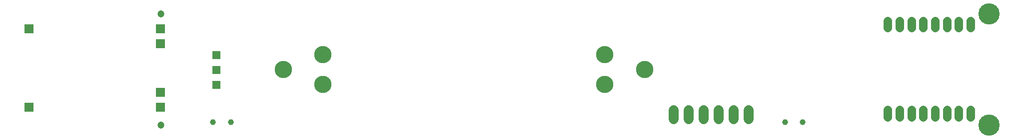
<source format=gbr>
G04 EAGLE Gerber X2 export*
%TF.Part,Single*%
%TF.FileFunction,Soldermask,Bot,1*%
%TF.FilePolarity,Negative*%
%TF.GenerationSoftware,Autodesk,EAGLE,9.1.3*%
%TF.CreationDate,2019-10-04T04:58:18Z*%
G75*
%MOMM*%
%FSLAX34Y34*%
%LPD*%
%AMOC8*
5,1,8,0,0,1.08239X$1,22.5*%
G01*
%ADD10C,1.203200*%
%ADD11C,3.603200*%
%ADD12C,2.946400*%
%ADD13C,1.411200*%
%ADD14C,1.727200*%
%ADD15C,1.003200*%
%ADD16R,1.611200X1.611200*%
%ADD17R,1.473200X1.473200*%


D10*
X20000Y210000D03*
X20000Y20000D03*
D11*
X1422700Y20000D03*
X1422700Y210000D03*
D12*
X294600Y89500D03*
X227120Y114900D03*
X294600Y140300D03*
X772200Y140500D03*
X839680Y115100D03*
X772200Y89700D03*
D13*
X1251500Y46000D02*
X1251500Y33920D01*
X1271500Y33920D02*
X1271500Y46000D01*
X1291500Y46000D02*
X1291500Y33920D01*
X1311500Y33920D02*
X1311500Y46000D01*
X1331500Y46000D02*
X1331500Y33920D01*
X1351500Y33920D02*
X1351500Y46000D01*
X1371500Y46000D02*
X1371500Y33920D01*
X1391500Y33920D02*
X1391500Y46000D01*
X1251500Y186000D02*
X1251500Y198080D01*
X1271500Y198080D02*
X1271500Y186000D01*
X1291500Y186000D02*
X1291500Y198080D01*
X1311500Y198080D02*
X1311500Y186000D01*
X1331500Y186000D02*
X1331500Y198080D01*
X1351500Y198080D02*
X1351500Y186000D01*
X1371500Y186000D02*
X1371500Y198080D01*
X1391500Y198080D02*
X1391500Y186000D01*
D14*
X1016000Y45720D02*
X1016000Y30480D01*
X990600Y30480D02*
X990600Y45720D01*
X965200Y45720D02*
X965200Y30480D01*
X939800Y30480D02*
X939800Y45720D01*
X914400Y45720D02*
X914400Y30480D01*
X889000Y30480D02*
X889000Y45720D01*
D15*
X108190Y25400D03*
X138190Y25400D03*
D16*
X-203200Y184150D03*
X-203200Y50800D03*
X19050Y50800D03*
X19050Y184150D03*
X19050Y158750D03*
X19050Y76200D03*
D15*
X1077200Y25400D03*
X1107200Y25400D03*
D17*
X114300Y88900D03*
X114300Y114300D03*
X114300Y139700D03*
M02*

</source>
